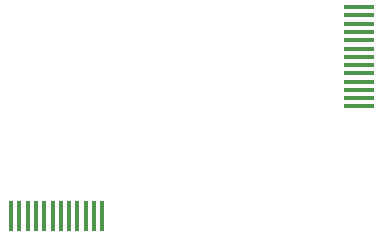
<source format=gbr>
G04 #@! TF.GenerationSoftware,KiCad,Pcbnew,5.1.2+dfsg1-1*
G04 #@! TF.CreationDate,2019-08-07T20:01:01+08:00*
G04 #@! TF.ProjectId,LCD_MINI,4c43445f-4d49-44e4-992e-6b696361645f,rev?*
G04 #@! TF.SameCoordinates,Original*
G04 #@! TF.FileFunction,Paste,Top*
G04 #@! TF.FilePolarity,Positive*
%FSLAX46Y46*%
G04 Gerber Fmt 4.6, Leading zero omitted, Abs format (unit mm)*
G04 Created by KiCad (PCBNEW 5.1.2+dfsg1-1) date 2019-08-07 20:01:01*
%MOMM*%
%LPD*%
G04 APERTURE LIST*
%ADD10R,2.500000X0.350000*%
%ADD11R,0.350000X2.500000*%
G04 APERTURE END LIST*
D10*
X162179000Y-82038600D03*
X162179000Y-82738600D03*
X162179000Y-83438600D03*
X162179000Y-84138600D03*
X162179000Y-84838600D03*
X162179000Y-85538600D03*
X162179000Y-86238600D03*
X162179000Y-86938600D03*
X162179000Y-87638600D03*
X162179000Y-88338600D03*
X162179000Y-89038600D03*
X162179000Y-89738600D03*
X162179000Y-90438600D03*
D11*
X132757400Y-99682600D03*
X133457400Y-99682600D03*
X134157400Y-99682600D03*
X134857400Y-99682600D03*
X135557400Y-99682600D03*
X136257400Y-99682600D03*
X136957400Y-99682600D03*
X137657400Y-99682600D03*
X138357400Y-99682600D03*
X139057400Y-99682600D03*
X139757400Y-99682600D03*
X140457400Y-99682600D03*
M02*

</source>
